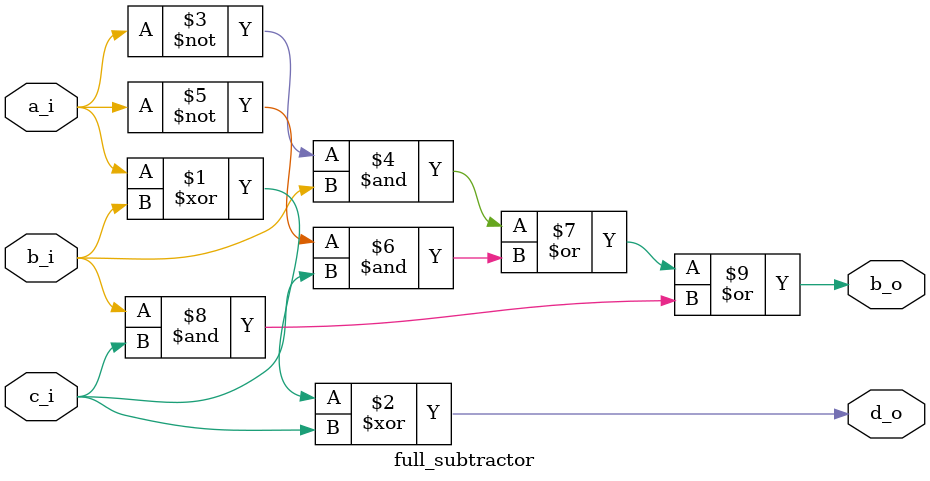
<source format=sv>
module full_subtractor(
	input logic a_i,
	input logic b_i,
	input logic c_i,
	output logic d_o,
	output logic b_o
	);

	assign d_o = a_i ^ b_i ^ c_i;
	assign b_o = (~a_i & b_i) | (~a_i & c_i) | (b_i & c_i);
	
endmodule

</source>
